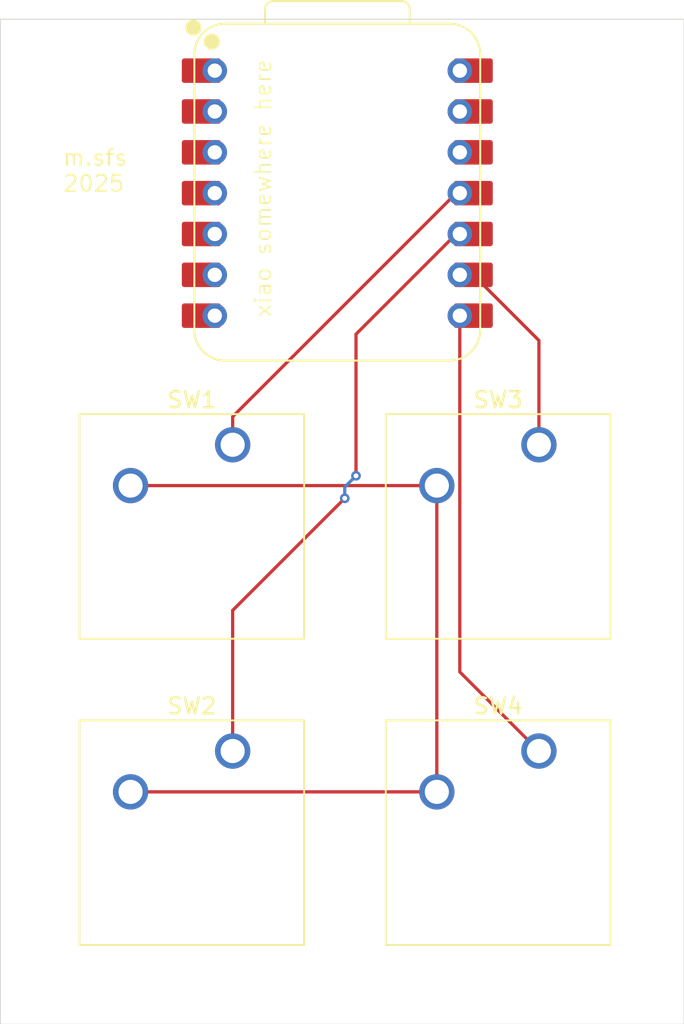
<source format=kicad_pcb>
(kicad_pcb (version 20241229) (generator "pcbnew") (generator_version "9.0")
  (layers (0 "F.Cu" signal) (2 "B.Cu" signal) (13 "F.Paste" user) (15 "B.Paste" user) (5 "F.SilkS" user "F.Silkscreen") (7 "B.SilkS" user "B.Silkscreen") (1 "F.Mask" user) (3 "B.Mask" user) (25 "Edge.Cuts" user))
  (net 0 "")
  (net 1 "GND")
  (net 2 "Net-(U1-GPIO3{slash}MOSI)")
  (net 3 "Net-(U1-GPIO4{slash}MISO)")
  (net 4 "Net-(U1-GPIO2{slash}SCK)")
  (net 5 "Net-(U1-GPIO1{slash}RX)")
  (footprint "Button_Switch_Keyboard:SW_Cherry_MX_1.00u_PCB" (layer "F.Cu") (at 131.1275 71.12)
    (property "Reference" "SW2" (at -2.54 -2.794 0) (layer "F.SilkS"))
    (property "Value" "SW_Push")
    (fp_line (start -9.525 -1.905) (end 4.445 -1.905) (stroke (width 0.12)) (layer "F.SilkS"))
    (fp_line (start -9.525 12.065) (end -9.525 -1.905) (stroke (width 0.12)) (layer "F.SilkS"))
    (fp_line (start 4.445 -1.905) (end 4.445 12.065) (stroke (width 0.12)) (layer "F.SilkS"))
    (fp_line (start 4.445 12.065) (end -9.525 12.065) (stroke (width 0.12)) (layer "F.SilkS"))
    (pad "" np_thru_hole circle (at -7.62 5.08) (size 1.7 1.7) (drill 1.7) (layers "*.Cu" "*.Mask"))
    (pad "" np_thru_hole circle (at -2.54 5.08) (size 4 4) (drill 4) (layers "*.Cu" "*.Mask"))
    (pad "" np_thru_hole circle (at 2.54 5.08) (size 1.7 1.7) (drill 1.7) (layers "*.Cu" "*.Mask"))
    (pad "1" thru_hole circle (at 0 0) (size 2.2 2.2) (drill 1.5) (layers "*.Cu" "*.Mask") (net 3 "Net-(U1-GPIO4{slash}MISO)"))
    (pad "2" thru_hole circle (at -6.35 2.54) (size 2.2 2.2) (drill 1.5) (layers "*.Cu" "*.Mask") (net 1 "GND"))
  )
  (footprint "Button_Switch_Keyboard:SW_Cherry_MX_1.00u_PCB" (layer "F.Cu") (at 150.1775 52.07)
    (property "Reference" "SW3" (at -2.54 -2.794 0) (layer "F.SilkS"))
    (property "Value" "SW_Push")
    (fp_line (start -9.525 -1.905) (end 4.445 -1.905) (stroke (width 0.12)) (layer "F.SilkS"))
    (fp_line (start -9.525 12.065) (end -9.525 -1.905) (stroke (width 0.12)) (layer "F.SilkS"))
    (fp_line (start 4.445 -1.905) (end 4.445 12.065) (stroke (width 0.12)) (layer "F.SilkS"))
    (fp_line (start 4.445 12.065) (end -9.525 12.065) (stroke (width 0.12)) (layer "F.SilkS"))
    (pad "" np_thru_hole circle (at -7.62 5.08) (size 1.7 1.7) (drill 1.7) (layers "*.Cu" "*.Mask"))
    (pad "" np_thru_hole circle (at -2.54 5.08) (size 4 4) (drill 4) (layers "*.Cu" "*.Mask"))
    (pad "" np_thru_hole circle (at 2.54 5.08) (size 1.7 1.7) (drill 1.7) (layers "*.Cu" "*.Mask"))
    (pad "1" thru_hole circle (at 0 0) (size 2.2 2.2) (drill 1.5) (layers "*.Cu" "*.Mask") (net 4 "Net-(U1-GPIO2{slash}SCK)"))
    (pad "2" thru_hole circle (at -6.35 2.54) (size 2.2 2.2) (drill 1.5) (layers "*.Cu" "*.Mask") (net 1 "GND"))
  )
  (footprint "Button_Switch_Keyboard:SW_Cherry_MX_1.00u_PCB" (layer "F.Cu") (at 150.1775 71.12)
    (property "Reference" "SW4" (at -2.54 -2.794 0) (layer "F.SilkS"))
    (property "Value" "SW_Push")
    (fp_line (start -9.525 -1.905) (end 4.445 -1.905) (stroke (width 0.12)) (layer "F.SilkS"))
    (fp_line (start -9.525 12.065) (end -9.525 -1.905) (stroke (width 0.12)) (layer "F.SilkS"))
    (fp_line (start 4.445 -1.905) (end 4.445 12.065) (stroke (width 0.12)) (layer "F.SilkS"))
    (fp_line (start 4.445 12.065) (end -9.525 12.065) (stroke (width 0.12)) (layer "F.SilkS"))
    (pad "" np_thru_hole circle (at -7.62 5.08) (size 1.7 1.7) (drill 1.7) (layers "*.Cu" "*.Mask"))
    (pad "" np_thru_hole circle (at -2.54 5.08) (size 4 4) (drill 4) (layers "*.Cu" "*.Mask"))
    (pad "" np_thru_hole circle (at 2.54 5.08) (size 1.7 1.7) (drill 1.7) (layers "*.Cu" "*.Mask"))
    (pad "1" thru_hole circle (at 0 0) (size 2.2 2.2) (drill 1.5) (layers "*.Cu" "*.Mask") (net 5 "Net-(U1-GPIO1{slash}RX)"))
    (pad "2" thru_hole circle (at -6.35 2.54) (size 2.2 2.2) (drill 1.5) (layers "*.Cu" "*.Mask") (net 1 "GND"))
  )
  (footprint "Button_Switch_Keyboard:SW_Cherry_MX_1.00u_PCB" (layer "F.Cu") (at 131.1275 52.07)
    (property "Reference" "SW1" (at -2.54 -2.794 0) (layer "F.SilkS"))
    (property "Value" "SW_Push")
    (fp_line (start -9.525 -1.905) (end 4.445 -1.905) (stroke (width 0.12)) (layer "F.SilkS"))
    (fp_line (start -9.525 12.065) (end -9.525 -1.905) (stroke (width 0.12)) (layer "F.SilkS"))
    (fp_line (start 4.445 -1.905) (end 4.445 12.065) (stroke (width 0.12)) (layer "F.SilkS"))
    (fp_line (start 4.445 12.065) (end -9.525 12.065) (stroke (width 0.12)) (layer "F.SilkS"))
    (pad "" np_thru_hole circle (at -7.62 5.08) (size 1.7 1.7) (drill 1.7) (layers "*.Cu" "*.Mask"))
    (pad "" np_thru_hole circle (at -2.54 5.08) (size 4 4) (drill 4) (layers "*.Cu" "*.Mask"))
    (pad "" np_thru_hole circle (at 2.54 5.08) (size 1.7 1.7) (drill 1.7) (layers "*.Cu" "*.Mask"))
    (pad "1" thru_hole circle (at 0 0) (size 2.2 2.2) (drill 1.5) (layers "*.Cu" "*.Mask") (net 2 "Net-(U1-GPIO3{slash}MOSI)"))
    (pad "2" thru_hole circle (at -6.35 2.54) (size 2.2 2.2) (drill 1.5) (layers "*.Cu" "*.Mask") (net 1 "GND"))
  )
  (footprint "opl:XIAO-RP2040-DIP" (layer "F.Cu") (at 137.63625 36.42)
    (property "Reference" "U1" (hide yes))
    (property "Value" "XIAO-RP2040-DIP")
    (fp_line (start -8.89 8.509) (end -8.89 -8.636) (stroke (width 0.127)) (layer "F.SilkS"))
    (fp_line (start -6.985 10.414) (end 6.985 10.414) (stroke (width 0.127)) (layer "F.SilkS"))
    (fp_line (start -4.495 -10.541) (end -4.491272 -11.451272) (stroke (width 0.127)) (layer "F.SilkS"))
    (fp_line (start -3.991272 -11.951) (end 4.004 -11.951) (stroke (width 0.127)) (layer "F.SilkS"))
    (fp_line (start 4.504 -11.451) (end 4.504 -10.541) (stroke (width 0.127)) (layer "F.SilkS"))
    (fp_line (start 6.985 -10.541) (end -6.985 -10.541) (stroke (width 0.1)) (layer "F.SilkS"))
    (fp_line (start 6.985 -10.541) (end -6.985 -10.541) (stroke (width 0.127)) (layer "F.SilkS"))
    (fp_line (start 8.89 8.509) (end 8.89 -8.636) (stroke (width 0.127)) (layer "F.SilkS"))
    (fp_arc (start -8.89 -8.636) (mid -8.332038 -9.983038) (end -6.985 -10.541) (stroke (width 0.127)) (layer "F.SilkS"))
    (fp_arc (start -6.985 10.414) (mid -8.332038 9.856038) (end -8.89 8.509) (stroke (width 0.127)) (layer "F.SilkS"))
    (fp_arc (start -4.491272 -11.451272) (mid -4.344728 -11.80464) (end -3.991272 -11.951) (stroke (width 0.127)) (layer "F.SilkS"))
    (fp_arc (start 4.004 -11.951) (mid 4.357553 -11.804553) (end 4.504 -11.451) (stroke (width 0.127)) (layer "F.SilkS"))
    (fp_arc (start 6.985 -10.541) (mid 8.332038 -9.983038) (end 8.89 -8.636) (stroke (width 0.127)) (layer "F.SilkS"))
    (fp_arc (start 8.89 8.509) (mid 8.332038 9.856038) (end 6.985 10.414) (stroke (width 0.127)) (layer "F.SilkS"))
    (fp_circle (center -8.95 -10.3) (end -8.95 -10.554) (stroke (width 0.5)) (fill yes) (layer "F.SilkS"))
    (fp_circle (center -7.807 -9.42) (end -7.807 -9.674) (stroke (width 0.5)) (fill yes) (layer "F.SilkS"))
    (pad "1" smd roundrect (at -8.455 -7.62 180) (size 2.432 1.524) (layers "F.Cu" "F.Mask") (roundrect_rratio 0.1))
    (pad "1" thru_hole circle (at -7.62 -7.62 180) (size 1.524 1.524) (drill 0.889) (layers "*.Cu" "*.Mask"))
    (pad "2" smd roundrect (at -8.455 -5.08 180) (size 2.432 1.524) (layers "F.Cu" "F.Mask") (roundrect_rratio 0.1))
    (pad "2" thru_hole circle (at -7.62 -5.08 180) (size 1.524 1.524) (drill 0.889) (layers "*.Cu" "*.Mask"))
    (pad "3" smd roundrect (at -8.455 -2.54 180) (size 2.432 1.524) (layers "F.Cu" "F.Mask") (roundrect_rratio 0.1))
    (pad "3" thru_hole circle (at -7.62 -2.54 180) (size 1.524 1.524) (drill 0.889) (layers "*.Cu" "*.Mask"))
    (pad "4" smd roundrect (at -8.455 0 180) (size 2.432 1.524) (layers "F.Cu" "F.Mask") (roundrect_rratio 0.1))
    (pad "4" thru_hole circle (at -7.62 0 180) (size 1.524 1.524) (drill 0.889) (layers "*.Cu" "*.Mask"))
    (pad "5" smd roundrect (at -8.455 2.54 180) (size 2.432 1.524) (layers "F.Cu" "F.Mask") (roundrect_rratio 0.1))
    (pad "5" thru_hole circle (at -7.62 2.54 180) (size 1.524 1.524) (drill 0.889) (layers "*.Cu" "*.Mask"))
    (pad "6" smd roundrect (at -8.455 5.08 180) (size 2.432 1.524) (layers "F.Cu" "F.Mask") (roundrect_rratio 0.1))
    (pad "6" thru_hole circle (at -7.62 5.08 180) (size 1.524 1.524) (drill 0.889) (layers "*.Cu" "*.Mask"))
    (pad "7" smd roundrect (at -8.455 7.62 180) (size 2.432 1.524) (layers "F.Cu" "F.Mask") (roundrect_rratio 0.1))
    (pad "7" thru_hole circle (at -7.62 7.62 180) (size 1.524 1.524) (drill 0.889) (layers "*.Cu" "*.Mask"))
    (pad "8" thru_hole circle (at 7.62 7.62) (size 1.524 1.524) (drill 0.889) (layers "*.Cu" "*.Mask") (net 5 "Net-(U1-GPIO1{slash}RX)"))
    (pad "8" smd roundrect (at 8.455 7.62) (size 2.432 1.524) (layers "F.Cu" "F.Mask") (roundrect_rratio 0.1) (net 5 "Net-(U1-GPIO1{slash}RX)"))
    (pad "9" thru_hole circle (at 7.62 5.08) (size 1.524 1.524) (drill 0.889) (layers "*.Cu" "*.Mask") (net 4 "Net-(U1-GPIO2{slash}SCK)"))
    (pad "9" smd roundrect (at 8.455 5.08) (size 2.432 1.524) (layers "F.Cu" "F.Mask") (roundrect_rratio 0.1) (net 4 "Net-(U1-GPIO2{slash}SCK)"))
    (pad "10" thru_hole circle (at 7.62 2.54) (size 1.524 1.524) (drill 0.889) (layers "*.Cu" "*.Mask") (net 3 "Net-(U1-GPIO4{slash}MISO)"))
    (pad "10" smd roundrect (at 8.455 2.54) (size 2.432 1.524) (layers "F.Cu" "F.Mask") (roundrect_rratio 0.1) (net 3 "Net-(U1-GPIO4{slash}MISO)"))
    (pad "11" thru_hole circle (at 7.62 0) (size 1.524 1.524) (drill 0.889) (layers "*.Cu" "*.Mask") (net 2 "Net-(U1-GPIO3{slash}MOSI)"))
    (pad "11" smd roundrect (at 8.455 0) (size 2.432 1.524) (layers "F.Cu" "F.Mask") (roundrect_rratio 0.1) (net 2 "Net-(U1-GPIO3{slash}MOSI)"))
    (pad "12" thru_hole circle (at 7.62 -2.54) (size 1.524 1.524) (drill 0.889) (layers "*.Cu" "*.Mask"))
    (pad "12" smd roundrect (at 8.455 -2.54) (size 2.432 1.524) (layers "F.Cu" "F.Mask") (roundrect_rratio 0.1))
    (pad "13" thru_hole circle (at 7.62 -5.08) (size 1.524 1.524) (drill 0.889) (layers "*.Cu" "*.Mask"))
    (pad "13" smd roundrect (at 8.455 -5.08) (size 2.432 1.524) (layers "F.Cu" "F.Mask") (roundrect_rratio 0.1))
    (pad "14" thru_hole circle (at 7.62 -7.62) (size 1.524 1.524) (drill 0.889) (layers "*.Cu" "*.Mask"))
    (pad "14" smd roundrect (at 8.455 -7.62) (size 2.432 1.524) (layers "F.Cu" "F.Mask") (roundrect_rratio 0.1))
  )
  (gr_rect (start 116.68125 25.6) (end 159.2 88.10625) (stroke (width 0.05)) (fill no) (layer "Edge.Cuts"))
  (gr_text "xiao somewhere here\n" (at 133.6 44.2 90) (layer "F.SilkS") (effects (font (size 1 1) (thickness 0.1)) (justify left bottom)))
  (gr_text "m.sfs\n2025" (at 120.5 36.4 0) (layer "F.SilkS") (effects (font (size 1 1) (thickness 0.125)) (justify left bottom)))
  (segment (start 124.7775 54.61) (end 143.8275 54.61) (width 0.2) (layer "F.Cu") (net 1))
  (segment (start 143.8275 73.66) (end 124.7775 73.66) (width 0.2) (layer "F.Cu") (net 1))
  (segment (start 143.8275 54.61) (end 143.8275 73.66) (width 0.2) (layer "F.Cu") (net 1))
  (segment (start 131.1275 52.07) (end 131.1275 50.32375) (width 0.2) (layer "F.Cu") (net 2))
  (segment (start 131.1275 50.32375) (end 145.25625 36.195) (width 0.2) (layer "F.Cu") (net 2))
  (segment (start 138.8 45.19125) (end 145.25625 38.735) (width 0.2) (layer "F.Cu") (net 3))
  (segment (start 131.1275 62.3725) (end 138.1 55.4) (width 0.2) (layer "F.Cu") (net 3))
  (segment (start 138.8 54) (end 138.8 45.19125) (width 0.2) (layer "F.Cu") (net 3))
  (segment (start 131.1275 71.12) (end 131.1275 62.3725) (width 0.2) (layer "F.Cu") (net 3))
  (via (at 138.8 54) (size 0.6) (drill 0.3) (layers "F.Cu" "B.Cu") (net 3))
  (via (at 138.1 55.4) (size 0.6) (drill 0.3) (layers "F.Cu" "B.Cu") (net 3))
  (segment (start 138.1 54.7) (end 138.8 54) (width 0.2) (layer "B.Cu") (net 3))
  (segment (start 138.1 55.4) (end 138.1 54.7) (width 0.2) (layer "B.Cu") (net 3))
  (segment (start 150.1775 45.582624) (end 145.869876 41.275) (width 0.2) (layer "F.Cu") (net 4))
  (segment (start 145.869876 41.275) (end 145.25625 41.275) (width 0.2) (layer "F.Cu") (net 4))
  (segment (start 150.1775 52.07) (end 150.1775 45.582624) (width 0.2) (layer "F.Cu") (net 4))
  (segment (start 145.25625 66.19875) (end 150.1775 71.12) (width 0.2) (layer "F.Cu") (net 5))
  (segment (start 145.25625 43.815) (end 145.25625 66.19875) (width 0.2) (layer "F.Cu") (net 5))
)
</source>
